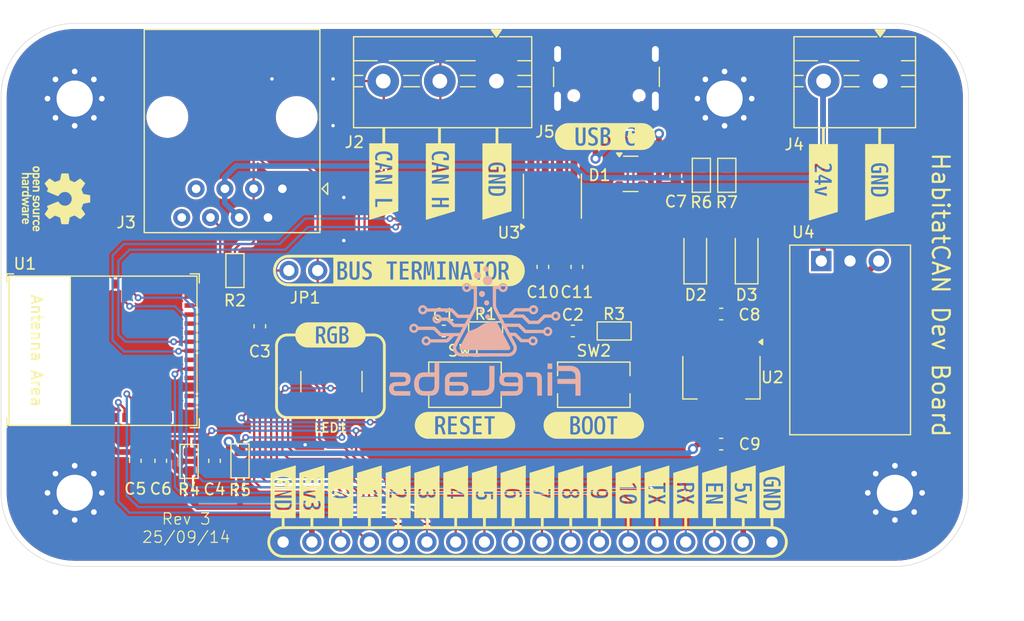
<source format=kicad_pcb>
(kicad_pcb (version 20241229) (generator "pcbnew") (generator_version "9.0")
  (title_block (title "HabitatCAN Dev Board") (date "2025-09-14") (rev "3") (company "FireLabs") (comment 1 "Adaléa Reed"))
  (layers (0 "F.Cu" signal) (2 "B.Cu" signal) (13 "F.Paste" user) (15 "B.Paste" user) (5 "F.SilkS" user "F.Silkscreen") (7 "B.SilkS" user "B.Silkscreen") (1 "F.Mask" user) (3 "B.Mask" user) (25 "Edge.Cuts" user))
  (net 0 "")
  (net 1 "Net-(C1-Pad2)")
  (net 2 "GND")
  (net 3 "Net-(C2-Pad2)")
  (net 4 "EN")
  (net 5 "+3V3")
  (net 6 "+5V")
  (net 7 "+24V")
  (net 8 "Net-(D3-A)")
  (net 9 "/ESP32/USB_D+")
  (net 10 "/ESP32/USB_D-")
  (net 11 "GPIO6")
  (net 12 "GPIO1")
  (net 13 "GPIO4")
  (net 14 "GPIO3")
  (net 15 "S_TX")
  (net 16 "GPIO9")
  (net 17 "GPIO8")
  (net 18 "GPIO5")
  (net 19 "GPIO2")
  (net 20 "GPIO10")
  (net 21 "S_RX")
  (net 22 "GPIO7")
  (net 23 "GPIO0")
  (net 24 "CAN_L")
  (net 25 "CAN_H")
  (net 29 "Net-(J5-CC1)")
  (net 30 "Net-(J5-CC2)")
  (net 32 "Net-(JP1-B)")
  (net 49 "/TJA1051/S")
  (net 50 "/USB C Connector/USB_PWR")
  (footprint "Connector_PinHeader_2.54mm:PinHeader_1x18_P2.54mm_Vertical" (layer "F.Cu") (at 116.56 126.345 90)
    (property "Reference" "J1" (hide yes))
    (property "Value" "GPIO Connection")
  )
  (footprint "PCM_Resistor_SMD_AKL:R_0603_1608Metric" (layer "F.Cu") (at 112.302944 102.345 90)
    (property "Reference" "R2")
    (property "Value" "60 (1%)" (hide yes))
  )
  (footprint "MountingHole:MountingHole_3.2mm_M3_Pad_Via" (layer "F.Cu") (at 98.145 121.997944)
    (property "Reference" "H2" (hide yes))
    (property "Value" "MountingHole_Pad" (hide yes))
  )
  (footprint "Diode_SMD:D_SOD-123" (layer "F.Cu") (at 157.5 101.162146 90)
    (property "Reference" "D3")
    (property "Value" "1N5819HW-7-F")
  )
  (footprint "TerminalBlock:TerminalBlock_MaiXu_MX126-5.0-03P_1x03_P5.00mm" (layer "F.Cu") (at 135.4 85.6 180)
    (property "Reference" "J2")
    (property "Value" "CAN Data")
  )
  (footprint "LED_SMD:LED_WS2812B_PLCC4_5.0x5.0mm_P3.2mm" (layer "F.Cu") (at 120.8275 112.16625)
    (property "Reference" "LED1" (hide yes))
    (property "Value" "WS2812B")
  )
  (footprint "kibuzzard-68C5C8ED" (layer "F.Cu") (at 152.12 121.9 -90)
    (property "Reference" "kibuzzard-68C5C8ED" (hide yes))
    (property "Value" "G***" (hide yes))
  )
  (footprint "kibuzzard-68C5C81E" (layer "F.Cu") (at 124.18 121.9 -90)
    (property "Reference" "kibuzzard-68C5C81E" (hide yes))
    (property "Value" "G***" (hide yes))
  )
  (footprint "kibuzzard-68C5BDE3" (layer "F.Cu") (at 116.56 121.9 -90)
    (property "Reference" "kibuzzard-68C5BDE3" (hide yes))
    (property "Value" "G***" (hide yes))
  )
  (footprint "Capacitor_SMD:C_0603_1608Metric" (layer "F.Cu") (at 103.5 119.165 -90)
    (property "Reference" "C5")
    (property "Value" "10uF / 25v (20%)")
  )
  (footprint "kibuzzard-68C35A34" (layer "F.Cu") (at 120.7375 108.03875)
    (property "Reference" "kibuzzard-68C35A34" (hide yes))
    (property "Value" "G***" (hide yes))
  )
  (footprint "Capacitor_SMD:C_0603_1608Metric" (layer "F.Cu") (at 155.248219 106.19)
    (property "Reference" "C8")
    (property "Value" "10uF / 25v (20%)")
  )
  (footprint "kibuzzard-68C5C8C1" (layer "F.Cu") (at 144.5 121.9 -90)
    (property "Reference" "kibuzzard-68C5C8C1" (hide yes))
    (property "Value" "G***" (hide yes))
  )
  (footprint "kibuzzard-68C5C8CC" (layer "F.Cu") (at 147.04 121.9 -90)
    (property "Reference" "kibuzzard-68C5C8CC" (hide yes))
    (property "Value" "G***" (hide yes))
  )
  (footprint "Diode_SMD:D_SOD-123" (layer "F.Cu") (at 152.961228 101.162146 90)
    (property "Reference" "D2")
    (property "Value" "1N5819HW-7-F")
  )
  (footprint "kibuzzard-68C5C7EB" (layer "F.Cu") (at 121.64 121.9 -90)
    (property "Reference" "kibuzzard-68C5C7EB" (hide yes))
    (property "Value" "G***" (hide yes))
  )
  (footprint "PCM_Resistor_SMD_AKL:R_0603_1608Metric" (layer "F.Cu") (at 108.25 119.215 90)
    (property "Reference" "R4")
    (property "Value" "10k (1%)" (hide yes))
  )
  (footprint "MountingHole:MountingHole_3.2mm_M3_Pad_Via" (layer "F.Cu") (at 98.145 87.147944)
    (property "Reference" "H1" (hide yes))
    (property "Value" "MountingHole_Pad" (hide yes))
  )
  (footprint "kibuzzard-68C5C857" (layer "F.Cu") (at 131.8 121.9 -90)
    (property "Reference" "kibuzzard-68C5C857" (hide yes))
    (property "Value" "G***" (hide yes))
  )
  (footprint "kibuzzard-68C366CA" (layer "F.Cu") (at 132.6225 116.0275)
    (property "Reference" "kibuzzard-68C366CA" (hide yes))
    (property "Value" "G***" (hide yes))
  )
  (footprint "Converter_DCDC:Converter_DCDC_Murata_OKI-78SR_Horizontal" (layer "F.Cu") (at 164.092247 101.5)
    (property "Reference" "U4")
    (property "Value" "OKI-78SR")
  )
  (footprint "PCM_Resistor_SMD_AKL:R_0603_1608Metric" (layer "F.Cu") (at 145.7975 107.69)
    (property "Reference" "R3")
    (property "Value" "100" (hide yes))
  )
  (footprint "MountingHole:MountingHole_3.2mm_M3_Pad_Via" (layer "F.Cu") (at 155.55 87.147056)
    (property "Reference" "H4" (hide yes))
    (property "Value" "MountingHole_Pad" (hide yes))
  )
  (footprint "Capacitor_SMD:C_0603_1608Metric" (layer "F.Cu") (at 110.5 119.165 90)
    (property "Reference" "C4")
    (property "Value" "1uF / 16v (10%)")
  )
  (footprint "kibuzzard-68C5BCFF" (layer "F.Cu") (at 145 90.5)
    (property "Reference" "kibuzzard-68C5BCFF" (hide yes))
    (property "Value" "G***" (hide yes))
  )
  (footprint "TerminalBlock:TerminalBlock_MaiXu_MX126-5.0-02P_1x02_P5.00mm" (layer "F.Cu") (at 169.3 85.6 180)
    (property "Reference" "J4")
    (property "Value" "24v Bus Power")
  )
  (footprint "kibuzzard-68C5C8AB" (layer "F.Cu") (at 141.96 121.9 -90)
    (property "Reference" "kibuzzard-68C5C8AB" (hide yes))
    (property "Value" "G***" (hide yes))
  )
  (footprint "kibuzzard-68C35C66" (layer "F.Cu") (at 130.447944 94.485 -90)
    (property "Reference" "kibuzzard-68C35C66" (hide yes))
    (property "Value" "G***" (hide yes))
  )
  (footprint "Connector_PinHeader_2.54mm:PinHeader_1x02_P2.54mm_Vertical" (layer "F.Cu") (at 119.610444 102.345 -90)
    (property "Reference" "JP1")
    (property "Value" "CAN Terminator")
  )
  (footprint "kibuzzard-68C5C8FB" (layer "F.Cu") (at 154.66 121.9 -90)
    (property "Reference" "kibuzzard-68C5C8FB" (hide yes))
    (property "Value" "G***" (hide yes))
  )
  (footprint "kibuzzard-68C5C916" (layer "F.Cu") (at 159.74 121.9 -90)
    (property "Reference" "kibuzzard-68C5C916" (hide yes))
    (property "Value" "G***" (hide yes))
  )
  (footprint "kibuzzard-68C35D6E" (layer "F.Cu") (at 164.2775 94.5475 -90)
    (property "Reference" "kibuzzard-68C35D6E" (hide yes))
    (property "Value" "G***" (hide yes))
  )
  (footprint "kibuzzard-68C366C1" (layer "F.Cu") (at 144 116.0275)
    (property "Reference" "kibuzzard-68C366C1" (hide yes))
    (property "Value" "G***" (hide yes))
  )
  (footprint "kibuzzard-68C5C84A" (layer "F.Cu") (at 129.26 121.9 -90)
    (property "Reference" "kibuzzard-68C5C84A" (hide yes))
    (property "Value" "G***" (hide yes))
  )
  (footprint "PCM_Resistor_SMD_AKL:R_0603_1608Metric" (layer "F.Cu") (at 112.75 119.175 90)
    (property "Reference" "R5")
    (property "Value" "10k (1%)" (hide yes))
  )
  (footprint "kibuzzard-68C5C89F" (layer "F.Cu") (at 139.42 121.9 -90)
    (property "Reference" "kibuzzard-68C5C89F" (hide yes))
    (property "Value" "G***" (hide yes))
  )
  (footprint "Package_TO_SOT_SMD:SOT-223-3_TabPin2" (layer "F.Cu") (at 155.273219 111.79 -90)
    (property "Reference" "U2")
    (property "Value" "AMS1117-3.3")
  )
  (footprint "kibuzzard-68C5C90A" (layer "F.Cu") (at 157.2 121.9 -90)
    (property "Reference" "kibuzzard-68C5C90A" (hide yes))
    (property "Value" "G***" (hide yes))
  )
  (footprint "PCM_Resistor_SMD_AKL:R_0603_1608Metric" (layer "F.Cu") (at 155.75 93.925 90)
    (property "Reference" "R7")
    (property "Value" "5.11k" (hide yes))
  )
  (footprint "Package_TO_SOT_SMD:SOT-143" (layer "F.Cu") (at 147.249987 93.8)
    (property "Reference" "D1")
    (property "Value" "SP0503BAHT")
  )
  (footprint "Capacitor_SMD:C_0603_1608Metric" (layer "F.Cu") (at 151.249987 93.975 90)
    (property "Reference" "C7")
    (property "Value" "10uF / 25v (20%)")
  )
  (footprint "kibuzzard-68C5C8DC" (layer "F.Cu") (at 149.58 121.9 -90)
    (property "Reference" "kibuzzard-68C5C8DC" (hide yes))
    (property "Value" "G***" (hide yes))
  )
  (footprint "kibuzzard-68C36393" (layer "F.Cu") (at 129.447944 102.345)
    (property "Reference" "kibuzzard-68C36393" (hide yes))
    (property "Value" "G***" (hide yes))
  )
  (footprint "kibuzzard-68C5C7D3" (layer "F.Cu") (at 119.1 121.9 -90)
    (property "Reference" "kibuzzard-68C5C7D3" (hide yes))
    (property "Value" "G***" (hide yes))
  )
  (footprint "Button_Switch_SMD:SW_Tactile_SPST_NO_Straight_CK_PTS636Sx25SMTRLFS" (layer "F.Cu") (at 132.6225 112.44)
    (property "Reference" "SW1")
    (property "Value" "Reset")
  )
  (footprint "kibuzzard-68C5C878" (layer "F.Cu") (at 134.34 121.9 -90)
    (property "Reference" "kibuzzard-68C5C878" (hide yes))
    (property "Value" "G***" (hide yes))
  )
  (footprint "Capacitor_SMD:C_0603_1608Metric" (layer "F.Cu") (at 114.5 107.275 -90)
    (property "Reference" "C3")
    (property "Value" "10uF / 25v (20%)")
  )
  (footprint "Connector_USB:USB_C_Receptacle_GCT_USB4105-xx-A_16P_TopMnt_Horizontal" (layer "F.Cu") (at 145.11822 84.278102 180)
    (property "Reference" "J5")
    (property "Value" "USB_C_Receptacle_USB2.0")
  )
  (footprint "Capacitor_SMD:C_0603_1608Metric" (layer "F.Cu") (at 142.1475 107.69)
    (property "Reference" "C2")
    (property "Value" "0.1uF / 50v (10%) (NC)")
  )
  (footprint "PCM_Resistor_SMD_AKL:R_0603_1608Metric" (layer "F.Cu") (at 153.5 93.925 90)
    (property "Reference" "R6")
    (property "Value" "5.11k" (hide yes))
  )
  (footprint "Capacitor_SMD:C_0603_1608Metric" (layer "F.Cu") (at 130.745 107.69)
    (property "Reference" "C1")
    (property "Value" "0.1uF / 50v (10%) (NC)")
  )
  (footprint "MountingHole:MountingHole_3.2mm_M3_Pad_Via" (layer "F.Cu") (at 170.599758 121.997944)
    (property "Reference" "H3" (hide yes))
    (property "Value" "MountingHole_Pad" (hide yes))
  )
  (footprint "Capacitor_SMD:C_0603_1608Metric" (layer "F.Cu") (at 105.75 119.165 -90)
    (property "Reference" "C6")
    (property "Value" "0.1uF / 50v (10%)")
  )
  (footprint "kibuzzard-68C5C890" (layer "F.Cu") (at 136.88 121.9 -90)
    (property "Reference" "kibuzzard-68C5C890" (hide yes))
    (property "Value" "G***" (hide yes))
  )
  (footprint "Symbol:OSHW-Logo_5.7x6mm_SilkScreen" (layer "F.Cu") (at 96.5 96 -90)
    (property "Reference" "REF**" (hide yes))
    (property "Value" "OSHW-Logo_5.7x6mm_SilkScreen" (hide yes))
  )
  (footprint "PCM_Resistor_SMD_AKL:R_0603_1608Metric" (layer "F.Cu") (at 134.445 107.69)
    (property "Reference" "R1")
    (property "Value" "100" (hide yes))
  )
  (footprint "kibuzzard-68C35D54" (layer "F.Cu") (at 135.447944 94.485 -90)
    (property "Reference" "kibuzzard-68C35D54" (hide yes))
    (property "Value" "G***" (hide yes))
  )
  (footprint "kibuzzard-68C35D4D" (layer "F.Cu") (at 125.447944 94.485 -90)
    (property "Reference" "kibuzzard-68C35D4D" (hide yes))
    (property "Value" "G***" (hide yes))
  )
  (footprint "Capacitor_SMD:C_0603_1608Metric" (layer "F.Cu") (at 142.5 102.025 90)
    (property "Reference" "C11")
    (property "Value" "10uF / 25v (20%)")
  )
  (footprint "Capacitor_SMD:C_0603_1608Metric" (layer "F.Cu") (at 139.5 102.025 90)
    (property "Reference" "C10")
    (property "Value" "1uF / 16v (10%)")
  )
  (footprint "kibuzzard-68C5C82A" (layer "F.Cu") (at 126.72 121.9 -90)
    (property "Reference" "kibuzzard-68C5C82A" (hide yes))
    (property "Value" "G***" (hide yes))
  )
  (footprint "Connector_RJ:RJ45_Amphenol_54602-x08_Horizontal" (layer "F.Cu") (at 116.492944 95.118412 180)
    (property "Reference" "J3")
    (property "Value" "CAN Data (HabitatCAN Interface)")
  )
  (footprint "Button_Switch_SMD:SW_Tactile_SPST_NO_Straight_CK_PTS636Sx25SMTRLFS" (layer "F.Cu") (at 144 112.44)
    (property "Reference" "SW2")
    (property "Value" "Boot")
  )
  (footprint "kibuzzard-68C35D54" (layer "F.Cu") (at 169.25 94.5475 -90)
    (property "Reference" "kibuzzard-68C35D54" (hide yes))
    (property "Value" "G***" (hide yes))
  )
  (footprint "PCM_Espressif:ESP32-C3-MINI-1" (layer "F.Cu") (at 100.65 109.44 90)
    (property "Reference" "U1")
    (property "Value" "ESP32-C3-MINI-1")
  )
  (footprint "Package_SO:SOIC-8_3.9x4.9mm_P1.27mm" (layer "F.Cu") (at 140.345 95.775 90)
    (property "Reference" "U3")
    (property "Value" "TJA1051T")
  )
  (footprint "Capacitor_SMD:C_0603_1608Metric" (layer "F.Cu") (at 155.248219 117.69)
    (property "Reference" "C9")
    (property "Value" "10uF / 25v (20%)")
  )
  (footprint "LOGO" (layer "B.Cu") (at 134.379171 107.69 180)
    (property "Reference" "G***" (hide yes))
    (property "Value" "LOGO" (hide yes))
  )
  (gr_line (start 117.065444 101.075) (end 120.993058 101.075) (stroke (width 0.25)) (layer "F.SilkS"))
  (gr_arc (start 117.065444 103.615) (mid 115.7954 102.345) (end 117.065444 101.075) (stroke (width 0.25)) (layer "F.SilkS"))
  (gr_arc (start 124.5475 108.03875) (mid 125.221037 108.317728) (end 125.5 108.99125) (stroke (width 0.25)) (layer "F.SilkS"))
  (gr_arc (start 125.5 114.38875) (mid 125.221002 115.062237) (end 124.5475 115.34125) (stroke (width 0.25)) (layer "F.SilkS"))
  (gr_line (start 116.559959 125.075) (end 159.74 125.075) (stroke (width 0.25)) (layer "F.SilkS"))
  (gr_line (start 129.301096 125.045) (end 129.301096 123.835) (stroke (width 0.25)) (layer "F.SilkS"))
  (gr_line (start 131.8 125.045) (end 131.8 123.835) (stroke (width 0.25)) (layer "F.SilkS"))
  (gr_line (start 123.850514 108.03875) (end 124.5475 108.03875) (stroke (width 0.25)) (layer "F.SilkS"))
  (gr_line (start 159.74 125.075) (end 159.74 123.835) (stroke (width 0.25)) (layer "F.SilkS"))
  (gr_line (start 121.64 125.015) (end 121.64 123.805) (stroke (width 0.25)) (layer "F.SilkS"))
  (gr_line (start 136.88 125.045) (end 136.88 123.835) (stroke (width 0.25)) (layer "F.SilkS"))
  (gr_arc (start 116.56 127.615) (mid 115.29 126.345) (end 116.56 125.075) (stroke (width 0.25)) (layer "F.SilkS"))
  (gr_line (start 141.96 125.045) (end 141.96 123.835) (stroke (width 0.25)) (layer "F.SilkS"))
  (gr_line (start 116.56 125.015) (end 116.56 123.805) (stroke (width 0.25)) (layer "F.SilkS"))
  (gr_line (start 154.66 125.045) (end 154.66 123.835) (stroke (width 0.25)) (layer "F.SilkS"))
  (gr_line (start 164.2775 91.305657) (end 164.2775 89.794343) (stroke (width 0.25)) (layer "F.SilkS"))
  (gr_line (start 116.56 127.615) (end 159.740041 127.615) (stroke (width 0.25)) (layer "F.SilkS"))
  (gr_line (start 125.5 108.99125) (end 125.5 114.38875) (stroke (width 0.25)) (layer "F.SilkS"))
  (gr_line (start 120.993058 103.615) (end 117.065444 103.615) (stroke (width 0.25)) (layer "F.SilkS"))
  (gr_line (start 152.12 125.045) (end 152.12 123.835) (stroke (width 0.25)) (layer "F.SilkS"))
  (gr_line (start 119.1 125.015) (end 119.1 123.805) (stroke (width 0.25)) (layer "F.SilkS"))
  (gr_line (start 144.5 125.045) (end 144.5 123.835) (stroke (width 0.25)) (layer "F.SilkS"))
  (gr_line (start 157.2 125.075) (end 157.2 123.835) (stroke (width 0.25)) (layer "F.SilkS"))
  (gr_line (start 116.9275 108.03875) (end 117.624486 108.03875) (stroke (width 0.25)) (layer "F.SilkS"))
  (gr_line (start 125.45 91.25) (end 125.45 89.8) (stroke (width 0.25)) (layer "F.SilkS"))
  (gr_line (start 135.447944 91.305657) (end 135.447944 89.794343) (stroke (width 0.25)) (layer "F.SilkS"))
  (gr_line (start 124.18 125.015) (end 124.18 123.805) (stroke (width 0.25)) (layer "F.SilkS"))
  (gr_line (start 139.45 125.045) (end 139.45 123.835) (stroke (width 0.25)) (layer "F.SilkS"))
  (gr_arc (start 116.9275 115.34125) (mid 116.253963 115.062272) (end 115.975 114.38875) (stroke (width 0.25)) (layer "F.SilkS"))
  (gr_line (start 149.58 125.045) (end 149.58 123.835) (stroke (width 0.25)) (layer "F.SilkS"))
  (gr_arc (start 159.74 125.075) (mid 161.01 126.345) (end 159.74 127.615) (stroke (width 0.25)) (layer "F.SilkS"))
  (gr_line (start 134.34 125.045) (end 134.34 123.835) (stroke (width 0.25)) (layer "F.SilkS"))
  (gr_line (start 169.25 91.598559) (end 169.25 89.801441) (stroke (width 0.25)) (layer "F.SilkS"))
  (gr_line (start 130.367944 91.305657) (end 130.367944 89.794343) (stroke (width 0.25)) (layer "F.SilkS"))
  (gr_arc (start 115.975 108.99125) (mid 116.253998 108.317763) (end 116.9275 108.03875) (stroke (width 0.25)) (layer "F.SilkS"))
  (gr_line (start 126.72 125.015) (end 126.72 123.805) (stroke (width 0.25)) (layer "F.SilkS"))
  (gr_line (start 116.9275 115.34125) (end 124.5475 115.34125) (stroke (width 0.25)) (layer "F.SilkS"))
  (gr_line (start 115.975 108.99125) (end 115.975 114.38875) (stroke (width 0.25)) (layer "F.SilkS"))
  (gr_line (start 147.04 125.045) (end 147.04 123.835) (stroke (width 0.25)) (layer "F.SilkS"))
  (gr_arc (start 177.099758 121.997944) (mid 175.195951 126.594135) (end 170.599758 128.497944) (stroke (width 0.05)) (layer "Edge.Cuts"))
  (gr_line (start 91.645 86.997944) (end 91.645 121.997944) (stroke (width 0.05)) (layer "Edge.Cuts"))
  (gr_line (start 177.099758 86.997944) (end 177.099758 121.997944) (stroke (width 0.05)) (layer "Edge.Cuts"))
  (gr_arc (start 170.599758 80.497944) (mid 175.195937 82.401753) (end 177.099758 86.997944) (stroke (width 0.05)) (layer "Edge.Cuts"))
  (gr_line (start 170.599758 128.497944) (end 98.145 128.497944) (stroke (width 0.05)) (layer "Edge.Cuts"))
  (gr_line (start 98.145 80.49794) (end 170.599758 80.497944) (stroke (width 0.05)) (layer "Edge.Cuts"))
  (gr_arc (start 91.645 86.997944) (mid 93.548805 82.401747) (end 98.145 80.497944) (stroke (width 0.05)) (layer "Edge.Cuts"))
  (gr_arc (start 98.145 128.497944) (mid 93.54879 126.594141) (end 91.645 121.997944) (stroke (width 0.05)) (layer "Edge.Cuts"))
  (gr_text "Rev 3\n25/09/14" (at 108 126.5 0) (layer "F.SilkS") (effects (font (size 1 1) (thickness 0.1)) (justify bottom)))
  (gr_text "HabitatCAN Dev Board" (at 173.75 104.5 270) (layer "F.SilkS") (effects (font (size 1.5 1.5) (thickness 0.2)) (justify bottom)))
  (segment (start 133.619996 111.37) (end 134.69 112.439999) (width 0.2) (layer "F.Cu") (net 1))
  (segment (start 133.62 107.69) (end 131.52 107.69) (width 0.2) (layer "F.Cu") (net 1))
  (segment (start 133.619996 111.37) (end 133.62 107.69) (width 0.2) (layer "F.Cu") (net 1))
  (segment (start 134.69 112.439999) (end 136.4975 112.44) (width 0.2) (layer "F.Cu") (net 1))
  (via (at 121.92 95.885) (size 0.6) (drill 0.3) (layers "F.Cu" "B.Cu") (net 2))
  (via (at 121.92 99.695) (size 0.6) (drill 0.3) (layers "F.Cu" "B.Cu") (net 2))
  (via (at 120.9675 89.535) (size 0.6) (drill 0.3) (layers "F.Cu" "B.Cu") (net 2))
  (via (at 115.57 85.4075) (size 0.6) (drill 0.3) (layers "F.Cu" "B.Cu") (net 2))
  (via (at 118.5 117.75) (size 0.6) (drill 0.3) (layers "F.Cu" "B.Cu") (net 2))
  (via (at 120.9675 85.4075) (size 0.6) (drill 0.3) (layers "F.Cu" "B.Cu") (net 2))
  (segment (start 144.972499 111.222499) (end 146.190004 112.439989) (width 0.2) (layer "F.Cu") (net 3))
  (segment (start 146.190004 112.439989) (end 147.875 112.44) (width 0.2) (layer "F.Cu") (net 3))
  (segment (start 144.9725 107.69) (end 142.9225 107.69) (width 0.2) (layer "F.Cu") (net 3))
  (segment (start 144.972499 111.222499) (end 144.9725 107.69) (width 0.2) (layer "F.Cu") (net 3))
  (segment (start 153.570007 121.74998) (end 154.659999 122.84) (width 0.2) (layer "F.Cu") (net 4))
  (segment (start 130.749988 106.749995) (end 130.750023 115.750008) (width 0.2) (layer "F.Cu") (net 4))
  (segment (start 123 116.5) (end 123 118.249998) (width 0.2) (layer "F.Cu") (net 4))
  (segment (start 126.14998 121.74998) (end 153.570007 121.74998) (width 0.2) (layer "F.Cu") (net 4))
  (segment (start 108.25 117) (end 109.749998 116.999999) (width 0.2) (layer "F.Cu") (net 4))
  (segment (start 108.25 117) (end 105.250009 116.999977) (width 0.2) (layer "F.Cu") (net 4))
  (segment (start 129.999989 116.499977) (end 130.750023 115.750008) (width 0.2) (layer "F.Cu") (net 4))
  (segment (start 110.25 116.5) (end 109.749998 116.999999) (width 0.2) (layer "F.Cu") (net 4))
  (segment (start 125.65 120.899998) (end 125.65 121.25) (width 0.2) (layer "F.Cu") (net 4))
  (segment (start 108.25 118.39) (end 108.25 117) (width 0.2) (layer "F.Cu") (net 4))
  (segment (start 135.269981 107.020008) (end 135.27 107.69) (width 0.2) (layer "F.Cu") (net 4))
  (segment (start 123 118.249998) (end 125.65 120.899998) (width 0.2) (layer "F.Cu") (net 4))
  (segment (start 104.949977 116.700008) (end 104.95 115.34) (width 0.2) (layer "F.Cu") (net 4))
  (segment (start 134.499994 106.250008) (end 135.269981 107.020008) (width 0.2) (layer "F.Cu") (net 4))
  (segment (start 108.25 118.39) (end 110.5 118.39) (width 0.2) (layer "F.Cu") (net 4))
  (segment (start 154.659999 122.84) (end 154.66 126.345) (width 0.2) (layer "F.Cu") (net 4))
  (segment (start 131.249984 106.249962) (end 130.749988 106.749995) (width 0.2) (layer "F.Cu") (net 4))
  (segment (start 129.999989 116.499977) (end 123 116.5) (width 0.2) (layer "F.Cu") (net 4))
  (segment (start 105.250009 116.999977) (end 104.949977 116.700008) (width 0.2) (layer "F.Cu") (net 4))
  (segment (start 134.499994 106.250008) (end 131.249984 106.249962) (width 0.2) (layer "F.Cu") (net 4))
  (segment (start 125.65 121.25) (end 126.14998 121.74998) (width 0.2) (layer "F.Cu") (net 4))
  (via (at 123 116.5) (size 0.6) (drill 0.3) (layers "F.Cu" "B.Cu") (net 4))
  (via (at 110.25 116.5) (size 0.6) (drill 0.3) (layers "F.Cu" "B.Cu") (net 4))
  (segment (start 110.25 116.5) (end 123 116.5) (width 0.2) (layer "B.Cu") (net 4))
  (segment (start 154.473219 117.69) (end 154.473219 115.74) (width 0.5) (layer "F.Cu") (net 5))
  (segment (start 100.950013 117.449993) (end 101.890002 118.389994) (width 0.5) (layer "F.Cu") (net 5))
  (segment (start 100.950013 117.449993) (end 100.95 115.34) (width 0.5) (layer "F.Cu") (net 5))
  (segment (start 108.249978 122.500007) (end 108.25 120.04) (width 0.5) (layer "F.Cu") (net 5))
  (segment (start 112.75 123.25) (end 109.000009 123.249976) (width 0.5) (layer "F.Cu") (net 5))
  (segment (start 103.5 118.39) (end 105.43 118.39) (width 0.5) (layer "F.Cu") (net 5))
  (segment (start 155.273219 114.94) (end 155.273219 108.64) (width 0.5) (layer "F.Cu") (net 5))
  (segment (start 107.289992 120.040019) (end 107.000029 119.749987) (width 0.5) (layer "F.Cu") (net 5))
  (segment (start 106.390003 118.38999) (end 105.43 118.39) (width 0.5) (layer "F.Cu") (net 5))
  (segment (start 153.180721 117.690003) (end 152.760719 118.11) (width 0.5) (layer "F.Cu") (net 5))
  (segment (start 111.759979 119.010008) (end 111.76 117.475) (width 0.5) (layer "F.Cu") (net 5))
  (segment (start 118.499998 123.25) (end 112.75 123.25) (width 0.5) (layer "F.Cu") (net 5))
  (segment (start 112.75 120) (end 111.759979 119.010008) (width 0.5) (layer "F.Cu") (net 5))
  (segment (start 103.5 118.39) (end 101.890002 118.389994) (width 0.5) (layer "F.Cu") (net 5))
  (segment (start 154.473214 117.689996) (end 153.180721 117.690003) (width 0.5) (layer "F.Cu") (net 5))
  (segment (start 119.099999 123.85) (end 119.1 126.345) (width 0.5) (layer "F.Cu") (net 5))
  (segment (start 154.473219 115.74) (end 155.273219 114.94) (width 0.5) (layer "F.Cu") (net 5))
  (segment (start 118.499998 123.25) (end 119.099999 123.85) (width 0.5) (layer "F.Cu") (net 5))
  (segment (start 109.000009 123.249976) (end 108.249978 122.500007) (width 0.5) (layer "F.Cu") (net 5))
  (segment (start 107.289992 120.040019) (end 108.25 120.04) (width 0.5) (layer "F.Cu") (net 5))
  (segment (start 107.000016 118.999992) (end 106.390003 118.38999) (width 0.5) (layer "F.Cu") (net 5))
  (segment (start 107.000029 119.749987) (end 107.000016 118.999992) (width 0.5) (layer "F.Cu") (net 5))
  (segment (start 112.75 120) (end 112.75 123.25) (width 0.5) (layer "F.Cu") (net 5))
  (via (at 111.76 117.475) (size 0.9) (drill 0.5) (layers "F.Cu" "B.Cu") (net 5))
  (via (at 152.760719 118.11) (size 0.9) (drill 0.5) (layers "F.Cu" "B.Cu") (net 5))
  (segment (start 152.760719 118.11) (end 152.369719 118.501005) (width 0.5) (layer "B.Cu") (net 5))
  (segment (start 112.786 118.500999) (end 152.369719 118.501005) (width 0.5) (layer "B.Cu") (net 5))
  (segment (start 111.76 117.475) (end 112.786 118.500999) (width 0.5) (layer "B.Cu") (net 5))
  (segment (start 118.25 106) (end 123.499999 106) (width 0.5) (layer "F.Cu") (net 6))
  (segment (start 118.377498 106.1275) (end 118.377499 110.435374) (width 0.5) (layer "F.Cu") (net 6))
  (segment (start 152.000005 102.799987) (end 152.006073 102.806073) (width 0.5) (layer "F.Cu") (net 6))
  (segment (start 123.499999 106) (end 124.500003 105.000001) (width 0.5) (layer "F.Cu") (net 6))
  (segment (start 152.006073 102.806073) (end 152.012146 102.812146) (width 0.5) (layer "F.Cu") (net 6))
  (segment (start 153.033208 106.189973) (end 152.973219 106.25) (width 0.5) (layer "F.Cu") (net 6))
  (segment (start 159.499986 103.250006) (end 159.062151 102.812133) (width 0.5) (layer "F.Cu") (net 6))
  (segment (start 157.5 102.812146) (end 159.062151 102.812133) (width 0.5) (layer "F.Cu") (net 6))
  (segment (start 152.012146 102.812146) (end 152.957689 102.82769) (width 0.5) (layer "F.Cu") (net 6))
  (segment (start 159.499977 116.24999) (end 159.499986 103.250006) (width 0.5) (layer "F.Cu") (net 6))
  (segment (start 152.97323 104.299992) (end 152.973224 105.599997) (width 0.5) (layer "F.Cu") (net 6))
  (segment (start 116.250007 106.50002) (end 116.749985 105.999964) (width 0.5) (layer "F.Cu") (net 6))
  (segment (start 157.200001 118.55) (end 157.2 126.345) (width 0.5) (layer "F.Cu") (net 6))
  (segment (start 152.97323 104.299992) (end 152.957689 102.82769) (width 0.5) (layer "F.Cu") (net 6))
  (segment (start 118.25 106) (end 118.377498 106.1275) (width 0.5) (layer "F.Cu") (net 6))
  (segment (start 152.973219 106.25) (end 152.973219 108.64) (width 0.5) (layer "F.Cu") (net 6))
  (segment (start 152.973224 105.599997) (end 152.973219 106.25) (width 0.5) (layer "F.Cu") (net 6))
  (segment (start 157.200001 118.55) (end 159.499977 116.24999) (width 0.5) (layer "F.Cu") (net 6))
  (segment (start 124.500002 103.25) (end 124.950001 102.800001) (width 0.5) (layer "F.Cu") (net 6))
  (segment (start 141 98.27) (end 141 102.75) (width 0.5) (layer "F.Cu") (net 6))
  (segment (start 124.500003 105.000001) (end 124.500002 103.25) (width 0.5) (layer "F.Cu") (net 6))
  (segment (start 142.500013 102.799987) (end 152.000005 102.799987) (width 0.5) (layer "F.Cu") (net 6))
  (segment (start 153.033208 106.189973) (end 154.473219 106.19) (width 0.5) (layer "F.Cu") (net 6))
  (segment (start 152.012146 102.812146) (end 157.5 102.812146) (width 0.5) (layer "F.Cu") (net 6))
  (segment (start 142.5 102.8) (end 139.5 102.8) (width 0.5) (layer "F.Cu") (net 6))
  (segment (start 124.950001 102.800001) (end 141.25 102.8) (width 0.5) (layer "F.Cu") (net 6))
  (segment (start 116.250007 106.50002) (end 114.5 106.5) (width 0.5) (layer "F.Cu") (net 6))
  (segment (start 118.25 106) (end 116.749985 105.999964) (width 0.5) (layer "F.Cu") (net 6))
  (segment (start 164.092247 101.5) (end 164.25 101.342247) (width 0.5) (layer "F.Cu") (net 7))
  (segment (start 164.25 101.342247) (end 164.25 85.595) (width 0.5) (layer "F.Cu") (net 7))
  (segment (start 163.05 94.15) (end 164.25 92.95) (width 0.5) (layer "B.Cu") (net 7))
  (segment (start 143.25 94.15) (end 163.05 94.15) (width 0.5) (layer "B.Cu") (net 7))
  (segment (start 111.4 94.1) (end 112.4 93.1) (width 0.5) (layer "B.Cu") (net 7))
  (segment (start 111.4 95.131356) (end 111.412944 95.118412) (width 0.5) (layer "B.Cu") (net 7))
  (segment (start 111.4 96.375468) (end 111.4 95.131356) (width 0.5) (layer "B.Cu") (net 7))
  (segment (start 112.4 93.1) (end 142.2 93.1) (width 0.5) (layer "B.Cu") (net 7))
  (segment (start 112.682944 97.658412) (end 111.4 96.375468) (width 0.5) (layer "B.Cu") (net 7))
  (segment (start 111.412944 95.118412) (end 111.4 95.105468) (width 0.5) (layer "B.Cu") (net 7))
  (segment (start 164.25 92.95) (end 164.25 85.595) (width 0.5) (layer "B.Cu") (net 7))
  (segment (start 111.4 95.105468) (end 111.4 94.1) (width 0.5) (layer "B.Cu") (net 7))
  (segment (start 142.2 93.1) (end 143.25 94.15) (width 0.5) (layer "B.Cu") (net 7))
  (segment (start 161.249998 102.500001) (end 161.25001 100.749996) (width 0.5) (layer "F.Cu") (net 8))
  (segment (start 167.172252 103.500013) (end 162.25 103.499999) (width 0.5) (layer "F.Cu") (net 8))
  (segment (start 160.012139 99.512162) (end 161.25001 100.749996) (width 0.5) (layer "F.Cu") (net 8))
  (segment (start 162.25 103.499999) (end 161.249998 102.500001) (width 0.5) (layer "F.Cu") (net 8))
  (segment (start 167.172252 103.500013) (end 169.172247 101.5) (width 0.5) (layer "F.Cu") (net 8))
  (segment (start 160.012139 99.512162) (end 157.5 99.512146) (width 0.5) (layer "F.Cu") (net 8))
  (segment (start 124.249998 95.499996) (end 123.25 96.499999) (width 0.2) (layer "F.Cu") (net 9))
  (segment (start 107.650198 101.499991) (end 108.586904 101.499991) (width 0.2) (layer "F.Cu") (net 9))
  (segment (start 123.249963 104.249983) (end 122.74999 104.749978) (width 0.2) (layer "F.Cu") (net 9))
  (segment (start 146.999987 94.75) (end 146.249987 94.75) (width 0.2) (layer "F.Cu") (net 9))
  (segment (start 145.000005 89) (end 145.368224 89) (width 0.2) (layer "F.Cu") (net 9))
  (segment (start 145.36822 87.958102) (end 145.368224 89) (width 0.2) (layer "F.Cu") (net 9))
  (segment (start 109.74999 101.499991) (end 108.586904 101.499991) (width 0.2) (layer "F.Cu") (net 9))
  (segment (start 106.750012 101.499991) (end 107.650198 101.499991) (width 0.2) (layer "F.Cu") (net 9))
  (segment (start 132.069457 95.499999) (end 125.754246 95.499997) (width 0.2) (layer "F.Cu") (net 9))
  (segment (start 110.499999 102.25) (end 109.74999 101.499991) (width 0.2) (layer "F.Cu") (net 9))
  (segment (start 146.999972 95.249992) (end 146.749975 95.5) (width 0.2) (layer "F.Cu") (net 9))
  (segment (start 144.368241 88.868205) (end 144.36822 87.958102) (width 0.2) (layer "F.Cu") (net 9))
  (segment (start 145.368224 89.868224) (end 146.999987 91.499987) (width 0.2) (layer "F.Cu") (net 9))
  (segment (start 123.25 96.499999) (end 123.249963 104.249983) (width 0.2) (layer "F.Cu") (net 9))
  (segment (start 144.368241 88.868205) (end 144.50001 88.999986) (width 0.2) (layer "F.Cu") (net 9))
  (segment (start 122.74999 104.749978) (end 111.250009 104.749976) (width 0.2) (layer "F.Cu") (net 9))
  (segment (start 146.999987 91.499987) (end 146.999987 94.75) (width 0.2) (layer "F.Cu") (net 9))
  (segment (start 146.999987 94.75) (end 146.999972 95.249992) (width 0.2) (layer "F.Cu") (net 9))
  (segment (start 111.250009 104.749976) (end 110.499979 104.000007) (width 0.2) (layer "F.Cu") (net 9))
  (segment (start 105.75 103.54) (end 105.750002 102.500001) (width 0.2) (layer "F.Cu") (net 9))
  (segment (start 105.750002 102.500001) (end 106.750012 101.499991) (width 0.2) (layer "F.Cu") (net 9))
  (segment (start 145.368224 89) (end 145.368224 89.868224) (width 0.2) (layer "F.Cu") (net 9))
  (segment (start 146.749975 95.5) (end 133.891669 95.5) (width 0.2) (layer "F.Cu") (net 9))
  (segment (start 133.891669 95.5) (end 132.069457 95.499999) (width 0.2) (layer "F.Cu") (net 9))
  (segment (start 125.754246 95.499997) (end 124.249998 95.499996) (width 0.2) (layer "F.Cu") (net 9))
  (segment (start 110.499979 104.000007) (end 110.499999 102.25) (width 0.2) (layer "F.Cu") (net 9))
  (segment (start 145.000005 89) (end 144.50001 88.999986) (width 0.2) (layer "F.Cu") (net 9))
  (segment (start 147.499987 91.249987) (end 147.499987 94.75) (width 0.2) (layer "F.Cu") (net 10))
  (segment (start 123.750023 96.750009) (end 124.499991 95.999977) (width 0.2) (layer "F.Cu") (net 10))
  (segment (start 145.00001 86.750009) (end 144.868217 86.881784) (width 0.2) (layer "F.Cu") (net 10))
  (segment (start 133.918394 95.999989) (end 147.249981 95.999989) (width 0.2) (layer "F.Cu") (net 10))
  (segment (start 107.831497 101.999991) (end 109.50001 101.999971) (width 0.2) (layer "F.Cu") (net 10))
  (segment (start 145.86822 87.958102) (end 145.868207 89.131778) (width 0.2) (layer "F.Cu") (net 10))
  (segment (start 124.499991 95.999977) (end 124.500003 95.999989) (width 0.2) (layer "F.Cu") (net 10))
  (segment (start 109.50001 101.999971) (end 109.999999 102.5) (width 0.2) (layer "F.Cu") (net 10))
  (segment (start 145.868207 89.618207) (end 147.499987 91.249987) (width 0.2) (layer "F.Cu") (net 10))
  (segment (start 109.999999 102.5) (end 109.999977 104.283558) (width 0.2) (layer "F.Cu") (net 10))
  (segment (start 147.249981 95.999989) (end 147.49997 95.749991) (width 0.2) (layer "F.Cu") (net 10))
  (segment (start 110.966459 105.249978) (end 123.067095 105.249992) (width 0.2) (layer "F.Cu") (net 10))
  (segment (start 124.500003 95.999989) (end 133.918394 95.999989) (width 0.2) (layer "F.Cu") (net 10))
  (segment (start 107.000001 102.000001) (end 107.831497 101.999991) (width 0.2) (layer "F.Cu") (net 10))
  (segment (start 145.00001 86.750009) (end 145.750005 86.749997) (width 0.2) (layer "F.Cu") (net 10))
  (segment (start 123.749987 104.567093) (end 123.750023 96.750009) (width 0.2) (layer "F.Cu") (net 10))
  (segment (start 106.550002 102.45) (end 107.000001 102.000001) (width 0.2) (layer "F.Cu") (net 10))
  (segment (start 147.49997 95.749991) (end 147.499987 94.75) (width 0.2) (layer "F.Cu") (net 10))
  (segment (start 145.750005 86.749997) (end 145.868215 86.868217) (width 0.2) (layer "F.Cu") (net 10))
  (segment (start 144.868217 86.881784) (end 144.86822 87.958102) (width 0.2) (layer "F.Cu") (net 10))
  (segment (start 123.067095 105.249992) (end 123.749987 104.567093) (width 0.2) (layer "F.Cu") (net 10))
  (segment (start 106.55 103.54) (end 106.550002 102.45) (width 0.2) (layer "F.Cu") (net 10))
  (segment (start 147.499987 94.75) (end 148.249987 94.75) (width 0.2) (layer "F.Cu") (net 10))
  (segment (start 145.86822 87.958102) (end 145.868215 86.868217) (width 0.2) (layer "F.Cu") (net 10))
  (segment (start 145.868207 89.131778) (end 145.868207 89.618207) (width 0.2) (layer "F.Cu") (net 10))
  (segment (start 109.999977 104.283558) (end 110.966459 105.249978) (width 0.2) (layer "F.Cu") (net 10))
  (segment (start 109.340003 107.840052) (end 109.340003 107.839989) (width 0.2) (layer "F.Cu") (net 11))
  (segment (start 123.65 123.2) (end 123.65 121.649978) (width 0.2) (layer "F.Cu") (net 11))
  (segment (start 110.499965 109.000014) (end 109.340003 107.840052) (width 0.2) (layer "F.Cu") (net 11))
  (segment (start 136.879998 124.63) (end 135.999991 123.750018) (width 0.2) (layer "F.Cu") (net 11))
  (segment (start 135.999991 123.750018) (end 124.200018 123.750018) (width 0.2) (layer "F.Cu") (net 11))
  (segment (start 116.000021 118.950021) (end 116.000021 114.49999) (width 0.2) (layer "F.Cu") (net 11))
  (segment (start 113.249997 111.749997) (end 110.500014 109.000014) (width 0.2) (layer "F.Cu") (net 11))
  (segment (start 136.88 126.345) (end 136.879998 124.63) (width 0.2) (layer "F.Cu") (net 11))
  (segment (start 124.200018 123.750018) (end 123.65 123.2) (width 0.2) (layer "F.Cu") (net 11))
  (segment (start 109.339992 107.84) (end 108.25 107.84) (width 0.2) (layer "F.Cu") (net 11))
  (segment (start 123.65 121.649978) (end 121.500005 119.499983) (width 0.2) (layer "F.Cu") (net 11))
  (segment (start 116.549983 119.499983) (end 116.000021 118.950021) (width 0.2) (layer "F.Cu") (net 11))
  (segment (start 113.249997 111.750003) (end 113.249997 111.749997) (width 0.2) (layer "F.Cu") (net 11))
  (segment (start 116.000021 114.49999) (end 113.249997 111.750003) (width 0.2) (layer "F.Cu") (net 11))
  (segment (start 121.500005 119.499983) (end 116.549983 119.499983) (width 0.2) (layer "F.Cu") (net 11))
  (segment (start 109.340003 107.839989) (end 109.339992 107.84) (width 0.2) (layer "F.Cu") (net 11))
  (segment (start 110.500014 109.000014) (end 110.499965 109.000014) (width 0.2) (layer "F.Cu") (net 11))
  (segment (start 122.15 124.400004) (end 122.15 122.35) (width 0.2) (layer "F.Cu") (net 12))
  (segment (start 120.8 121) (end 115.05 121) (width 0.2) (layer "F.Cu") (net 12))
  (segment (start 124.094998 126.345002) (end 122.15 124.400004) (width 0.2) (layer "F.Cu") (net 12))
  (segment (start 114.5 120.45) (end 114.5 115.250003) (width 0.2) (layer "F.Cu") (net 12))
  (segment (start 114.5 115.250003) (end 112.689998 113.440001) (width 0.2) (layer "F.Cu") (net 12))
  (segment (start 112.689998 113.440001) (end 108.25 113.44) (width 0.2) (layer "F.Cu") (net 12))
  (segment (start 122.15 122.35) (end 120.8 121) (width 0.2) (layer "F.Cu") (net 12))
  (segment (start 115.05 121) (end 114.5 120.45) (width 0.2) (layer "F.Cu") (net 12))
  (segment (start 109.449228 109.44) (end 115 114.990772) (width 0.2) (layer "F.Cu") (net 13))
  (segment (start 107.367594 109.440009) (end 108.249991 109.440009) (width 0.2) (layer "F.Cu") (net 13))
  (segment (start 122.65 122.15) (end 122.65 124.2) (width 0.2) (layer "F.Cu") (net 13))
  (segment (start 136.749999 97.749998) (end 138 96.500001) (width 0.2) (layer "F.Cu") (net 13))
  (segment (start 126 97.75) (end 136.749999 97.749998) (width 0.2) (layer "F.Cu") (net 13))
  (segment (start 115.55 120.5) (end 121 120.5) (width 0.2) (layer "F.Cu") (net 13))
  (segment (start 121 120.5) (end 122.65 122.15) (width 0.2) (layer "F.Cu") (net 13))
  (segment (start 131.799998 125.3) (end 131.8 126.345) (width 0.2) (layer "F.Cu") (net 13))
  (segment (start 138 96.500001) (end 138.5 96.5) (width 0.2) (layer "F.Cu") (net 13))
  (segment (start 142.25 96.9) (end 142.25 98.25) (width 0.2) (layer "F.Cu") (net 13))
  (segment (start 141.85 96.5) (end 142.25 96.9) (width 0.2) (layer "F.Cu") (net 13))
  (segment (start 123.199995 124.749995) (end 131.25 124.749995) (width 0.2) (layer "F.Cu") (net 13))
  (segment (start 107.327853 109.479737) (end 107.367594 109.440009) (width 0.2) (layer "F.Cu") (net 13))
  (segment (start 115 114.990772) (end 115 119.95) (width 0.2) (layer "F.Cu") (net 13))
  (segment (start 131.25 124.749995) (end 131.799998 125.3) (width 0.2) (layer "F.Cu") (net 13))
  (segment (start 122.65 124.2) (end 123.199995 124.749995) (width 0.2) (layer "F.Cu") (net 13))
  (segment (start 108.25 109.44) (end 109.449228 109.44) (width 0.2) (layer "F.Cu") (net 13))
  (segment (start 138.5 96.5) (end 141.85 96.5) (width 0.2) (layer "F.Cu") (net 13))
  (segment (start 115 119.95) (end 115.55 120.5) (width 0.2) (layer "F.Cu") (net 13))
  (via (at 107.327853 109.479737) (size 0.6) (drill 0.3) (layers "F.Cu" "B.Cu") (net 13))
  (via (at 126 97.75) (size 0.6) (drill 0.3) (layers "F.Cu" "B.Cu") (net 13))
  (segment (start 102.499998 99.999996) (end 101.5 100.999999) (width 0.2) (layer "B.Cu") (net 13))
  (segment (start 107.312649 109.494924) (end 107.327853 109.479737) (width 0.2) (layer "B.Cu") (net 13))
  (segment (start 107.312649 109.494924) (end 107.307587 109.499995) (width 0.2) (layer "B.Cu") (net 13))
  (segment (start 107.286099 109.499999) (end 107.307587 109.499995) (width 0.2) (layer "B.Cu") (net 13))
  (segment (start 101.5 100.999999) (end 101.499996 108.500001) (width 0.2) (layer "B.Cu") (net 13))
  (segment (start 126 97.75) (end 118.500003 97.750007) (width 0.2) (layer "B.Cu") (net 13))
  (segment (start 102.499999 109.5) (end 107.286099 109.499999) (width 0.2) (layer "B.Cu") (net 13))
  (segment (start 116.249996 99.999995) (end 118.500003 97.750007) (width 0.2) (layer "B.Cu") (net 13))
  (segment (start 101.499996 108.500001) (end 102.499999 109.5) (width 0.2) (layer "B.Cu") (net 13))
  (segment (start 116.249996 99.999995) (end 102.499998 99.999996) (width 0.2) (layer "B.Cu") (net 13))
  (segment (start 102.75 113.25) (end 103.349998 113.85) (width 0.2) (layer "F.Cu") (net 14))
  (segment (start 103.349998 113.85) (end 103.35 115.34) (width 0.2) (layer "F.Cu") (net 14))
  (via (at 102.75 113.25) (size 0.6) (drill 0.3) (layers "F.Cu" "B.Cu") (net 14))
  (segment (start 129.260016 124.509993) (end 128.000003 123.249988) (width 0.2) (layer "B.Cu") (net 14))
  (segment (start 103.749999 123.25) (end 128.000003 123.249988) (width 0.2) (layer "B.Cu") (net 14))
  (segment (start 129.260016 124.509993) (end 129.26 126.345) (width 0.2) (layer "B.Cu") (net 14))
  (segment (start 102.749996 122.250001) (end 103.749999 123.25) (width 0.2) (layer "B.Cu") (net 14))
  (segment (start 102.75 113.25) (end 102.749996 122.250001) (width 0.2) (layer "B.Cu") (net 14))
  (segment (start 103 105.5) (end 102.550001 105.049998) (width 0.2) (layer "F.Cu") (net 15))
  (segment (start 102.550001 105.049998) (end 102.55 103.54) (width 0.2) (layer "F.Cu") (net 15))
  (via (at 103 105.5) (size 0.6) (drill 0.3) (layers "F.Cu" "B.Cu") (net 15))
  (segment (start 103 105.5) (end 106.999998 105.500001) (width 0.2) (layer "B.Cu") (net 15))
  (segment (start 106.999998 105.500001) (end 107.999998 106.5) (width 0.2) (layer "B.Cu") (net 15))
  (segment (start 148.749999 121.499999) (end 149.579999 122.33) (width 0.2) (layer "B.Cu") (net 15))
  (segment (start 149.579999 122.33) (end 149.58 126.345) (width 0.2) (layer "B.Cu") (net 15))
  (segment (start 108.499995 121.500011) (end 148.749999 121.499999) (width 0.2) (layer "B.Cu") (net 15))
  (segment (start 107.999958 121.000016) (end 108.499995 121.500011) (width 0.2) (layer "B.Cu") (net 15))
  (segment (start 107.999998 106.5) (end 107.999958 121.000016) (width 0.2) (layer "B.Cu") (net 15))
  (segment (start 143.249996 122.250006) (end 144.499999 123.5) (width 0.2) (layer "F.Cu") (net 16))
  (segment (start 144.499999 123.5) (end 144.5 126.345) (width 0.2) (layer "F.Cu") (net 16))
  (segment (start 119.749999 112.75) (end 119.749977 117.250008) (width 0.2) (layer "F.Cu") (net 16))
  (segment (start 125.15 121.65) (end 125.750006 122.250006) (width 0.2) (layer "F.Cu") (net 16))
  (segment (start 109.19 105.44) (end 115.749986 111.999986) (width 0.2) (layer "F.Cu") (net 16))
  (segment (start 120.500009 117.999976) (end 121.999997 118.000004) (width 0.2) (layer "F.Cu") (net 16))
  (segment (start 121.999997 118.000004) (end 125.15 121.150007) (width 0.2) (layer "F.Cu") (net 16))
  (segment (start 119.000004 111.999986) (end 119.749999 112.75) (width 0.2) (layer "F.Cu") (net 16))
  (segment (start 115.749986 111.999986) (end 119.000004 111.999986) (width 0.2) (layer "F.Cu") (net 16))
  (segment (start 119.749977 117.250008) (end 120.500009 117.999976) (width 0.2) (layer "F.Cu") (net 16))
  (segment (start 125.750006 122.250006) (end 143.249996 122.250006) (width 0.2) (layer "F.Cu") (net 16))
  (segment (start 108.25 105.44) (end 109.19 105.44) (width 0.2) (layer "F.Cu") (net 16))
  (segment (start 125.15 121.150007) (end 125.15 121.65) (width 0.2) (layer "F.Cu") (net 16))
  (segment (start 141.959998 123.46) (end 141.24999 122.750021) (width 0.2) (layer "F.Cu") (net 17))
  (segment (start 116.75 112.75) (end 116.25 113.25) (width 0.2) (layer "F.Cu") (net 17))
  (segment (start 108.25 106.24) (end 109.240005 106.24) (width 0.2) (layer "F.Cu") (net 17))
  (segment (start 141.96 126.345) (end 141.959998 123.46) (width 0.2) (layer "F.Cu") (net 17))
  (segment (start 121.75 112.75) (end 122.749998 112.749999) (width 0.2) (layer "F.Cu") (net 17))
  (segment (start 121.75 117.1) (end 121.75 112.75) (width 0.2) (layer "F.Cu") (net 17))
  (segment (start 109.240005 106.24) (end 113.75 110.749995) (width 0.2) (layer "F.Cu") (net 17))
  (segment (start 113.75 110.749995) (end 116.25 113.25) (width 0.2) (layer "F.Cu") (net 17))
  (segment (start 116.999998 117.949998) (end 116.999998 114) (width 0.2) (layer "F.Cu") (net 17))
  (segment (start 121.850016 118.500016) (end 117.550016 118.500016) (width 0.2) (layer "F.Cu") (net 17))
  (segment (start 112.750001 117.6) (end 113.25 117.1) (width 0.2) (layer "F.Cu") (net 17))
  (segment (start 141.24999 122.750021) (end 125.250021 122.750021) (width 0.2) (layer "F.Cu") (net 17))
  (segment (start 117.550016 118.500016) (end 116.999998 117.949998) (width 0.2) (layer "F.Cu") (net 17))
  (segment (start 120.75 112.75) (end 121.75 112.75) (width 0.2) (layer "F.Cu") (net 17))
  (segment (start 116.999998 114) (end 116.25 113.25) (width 0.2) (layer "F.Cu") (net 17))
  (segment (start 112.750001 117.6) (end 112.75 118.35) (width 0.2) (layer "F.Cu") (net 17))
  (segment (start 122.749998 112.749999) (end 123.277499 112.222498) (width 0.2) (layer "F.Cu") (net 17))
  (segment (start 124.649 121.299) (end 121.850016 118.500016) (width 0.2) (layer "F.Cu") (net 17))
  (segment (start 125.250021 122.750021) (end 124.649 122.149) (width 0.2) (layer "F.Cu") (net 17))
  (segment (start 124.649 122.149) (end 124.649 121.299) (width 0.2) (layer "F.Cu") (net 17))
  (segment (start 123.277499 112.222498) (end 123.2775 110.51625) (width 0.2) (layer "F.Cu") (net 17))
  (via (at 116.75 112.75) (size 0.6) (drill 0.3) (layers "F.Cu" "B.Cu") (net 17))
  (via (at 113.25 117.1) (size 0.6) (drill 0.3) (layers "F.Cu" "B.Cu") (net 17))
  (via (at 121.75 117.1) (size 0.6) (drill 0.3) (layers "F.Cu" "B.Cu") (net 17))
  (via (at 120.75 112.75) (size 0.6) (drill 0.3) (layers "F.Cu" "B.Cu") (net 17))
  (segment (start 121.75 117.1) (end 113.25 117.1) (width 0.2) (layer "B.Cu") (net 17))
  (segment (start 120.75 112.75) (end 116.75 112.75) (width 0.2) (layer "B.Cu") (net 17))
  (segment (start 115.499998 114.75) (end 115.499998 119.449998) (width 0.2) (layer "F.Cu") (net 18))
  (segment (start 133.499994 124.250012) (end 134.339999 125.09) (width 0.2) (layer "F.Cu") (net 18))
  (segment (start 123.15 121.899988) (end 123.15 123.7) (width 0.2) (layer "F.Cu") (net 18))
  (segment (start 112.99999 112.250021) (end 115.499998 114.75) (width 0.2) (layer "F.Cu") (net 18))
  (segment (start 121.250002 119.99999) (end 123.15 121.899988) (width 0.2) (layer "F.Cu") (net 18))
  (segment (start 126.5 98.5) (end 126.750008 98.250019) (width 0.2) (layer "F.Cu") (net 18))
  (segment (start 109.390012 108.640014) (end 112.99999 112.249992) (width 0.2) (layer "F.Cu") (net 18))
  (segment (start 123.700012 124.250012) (end 133.499994 124.250012) (width 0.2) (layer "F.Cu") (net 18))
  (segment (start 134.339999 125.09) (end 134.34 126.345) (width 0.2) (layer "F.Cu") (net 18))
  (segment (start 112.99999 112.249992) (end 112.99999 112.250021) (width 0.2) (layer "F.Cu") (net 18))
  (segment (start 106.890014 108.640014) (end 109.390012 108.640014) (width 0.2) (layer "F.Cu") (net 18))
  (segment (start 126.750008 98.250019) (end 138.439981 98.250019) (width 0.2) (layer "F.Cu") (net 18))
  (segment (start 115.499998 119.449998) (end 116.04999 119.99999) (width 0.2) (layer "F.Cu") (net 18))
  (segment (start 123.15 123.7) (end 123.700012 124.250012) (width 0.2) (layer "F.Cu") (net 18))
  (segment (start 116.04999 119.99999) (end 121.250002 119.99999) (width 0.2) (layer "F.Cu") (net 18))
  (via (at 106.890014 108.640014) (size 0.6) (drill 0.3) (layers "F.Cu" "B.Cu") (net 18))
  (via (at 126.5 98.5) (size 0.6) (drill 0.3) (layers "F.Cu" "B.Cu") (net 18))
  (segment (start 101.999977 108.000008) (end 102 101.499999) (width 0.2) (layer "B.Cu") (net 18))
  (segment (start 118.749996 98.499991) (end 126.5 98.5) (width 0.2) (layer "B.Cu") (net 18))
  (segment (start 102.639983 108.640014) (end 101.999977 108.000008) (width 0.2) (layer "B.Cu") (net 18))
  (segment (start 102 101.499999) (end 102.999998 100.499996) (width 0.2) (layer "B.Cu") (net 18))
  (segment (start 102.999998 100.499996) (end 116.750001 100.500005) (width 0.2) (layer "B.Cu") (net 18))
  (segment (start 116.750001 100.500005) (end 118.749996 98.499991) (width 0.2) (layer "B.Cu") (net 18))
  (segment (start 106.890014 108.640014) (end 102.639983 108.640014) (width 0.2) (layer "B.Cu") (net 18))
  (segment (start 102.549998 114.55) (end 102.55 115.34) (width 0.2) (layer "F.Cu") (net 19))
  (segment (start 102.549998 114.55) (end 102 114) (width 0.2) (layer "F.Cu") (net 19))
  (via (at 102 114) (size 0.6) (drill 0.3) (layers "F.Cu" "B.Cu") (net 19))
  (segment (start 101.999996 122.750001) (end 102 114) (width 0.2) (layer "B.Cu") (net 19))
  (segment (start 126.000002 123.749992) (end 102.999999 123.75) (width 0.2) (layer "B.Cu") (net 19))
  (segment (start 126.000002 123.749992) (end 126.719998 124.47) (width 0.2) (layer "B.Cu") (net 19))
  (segment (start 102.999999 123.75) (end 101.999996 122.750001) (width 0.2) (layer "B.Cu") (net 19))
  (segment (start 126.719998 124.47) (end 126.72 126.345) (width 0.2) (layer "B.Cu") (net 19))
  (segment (start 107.460009 111.040019) (end 108.25 111.04) (width 0.2) (layer "F.Cu") (net 20))
  (segment (start 107.460009 111.040019) (end 107 111.5) (width 0.2) (layer "F.Cu") (net 20))
  (via (at 107 111.5) (size 0.6) (drill 0.3) (layers "F.Cu" "B.Cu") (net 20))
  (segment (start 107 111.5) (end 106.999958 121.500016) (width 0.2) (layer "B.Cu") (net 20))
  (segment (start 146.250001 121.999993) (end 147.039999 122.79) (width 0.2) (layer "B.Cu") (net 20))
  (segment (start 146.250001 121.999993) (end 107.499995 122.000011) (width 0.2) (layer "B.Cu") (net 20))
  (segment (start 147.039999 122.79) (end 147.04 126.345) (width 0.2) (layer "B.Cu") (net 20))
  (segment (start 106.999958 121.500016) (end 107.499995 122.000011) (width 0.2) (layer "B.Cu") (net 20))
  (segment (start 103.75 104.75) (end 103.349972 104.35001) (width 0.2) (layer "F.Cu") (net 21))
  (segment (start 103.349972 104.35001) (end 103.35 103.54) (width 0.2) (layer "F.Cu") (net 21))
  (via (at 103.75 104.75) (size 0.6) (drill 0.3) (layers "F.Cu" "B.Cu") (net 21))
  (segment (start 151.5 120.999996) (end 152.119999 121.62) (width 0.2) (layer "B.Cu") (net 21))
  (segment (start 108.749998 105.75) (end 107.749998 104.750001) (width 0.2) (layer "B.Cu") (net 21))
  (segment (start 109.500009 120.999976) (end 151.5 120.999996) (width 0.2) (layer "B.Cu") (net 21))
  (segment (start 108.749998 105.75) (end 108.749976 120.250008) (width 0.2) (layer "B.Cu") (net 21))
  (segment (start 152.119999 121.62) (end 152.12 126.345) (width 0.2) (layer "B.Cu") (net 21))
  (segment (start 107.749998 104.750001) (end 103.75 104.75) (width 0.2) (layer "B.Cu") (net 21))
  (segment (start 108.749976 120.250008) (end 109.500009 120.999976) (width 0.2) (layer "B.Cu") (net 21))
  (segment (start 116.499997 114.25) (end 109.289998 107.04) (width 0.2) (layer "F.Cu") (net 22))
  (segment (start 124.699983 123.249983) (end 124.15 122.7) (width 0.2) (layer "F.Cu") (net 22))
  (segment (start 116.499997 118.449997) (end 116.499997 114.25) (width 0.2) (layer "F.Cu") (net 22))
  (segment (start 121.682891 119.000018) (end 117.050018 119.000018) (width 0.2) (layer "F.Cu") (net 22))
  (segment (start 139.419999 124.17) (end 138.500005 123.249983) (width 0.2) (layer "F.Cu") (net 22))
  (segment (start 124.15 122.7) (end 124.15 121.467127) (width 0.2) (layer "F.Cu") (net 22))
  (segment (start 139.42 126.345) (end 139.419999 124.17) (width 0.2) (layer "F.Cu") (net 22))
  (segment (start 117.050018 119.000018) (end 116.499997 118.449997) (width 0.2) (layer "F.Cu") (net 22))
  (segment (start 124.15 121.467127) (end 121.682891 119.000018) (width 0.2) (layer "F.Cu") (net 22))
  (segment (start 138.500005 123.249983) (end 124.699983 123.249983) (width 0.2) (layer "F.Cu") (net 22))
  (segment (start 109.289998 107.04) (end 108.25 107.04) (width 0.2) (layer "F.Cu") (net 22))
  (segment (start 114 120.95) (end 114 115.499994) (width 0.2) (layer "F.Cu") (net 23))
  (segment (start 127.249988 105.749995) (end 127.749983 105.24996) (width 0.2) (layer "F.Cu") (net 23))
  (segment (start 112.875 115.375) (end 113.375002 114.874998) (width 0.2) (layer "F.Cu") (net 23))
  (segment (start 127.249963 115.249983) (end 126.750005 115.750016) (width 0.2) (layer "F.Cu") (net 23))
  (segment (start 126.750005 115.750016) (end 124.25 115.75) (width 0.2) (layer "F.Cu") (net 23))
  (segment (start 146.622498 105.8725) (end 146.6225 107.69) (width 0.2) (layer "F.Cu") (net 23))
  (segment (start 111.5 114.24) (end 108.25 114.24) (width 0.2) (layer "F.Cu") (net 23))
  (segment (start 120.55 121.5) (end 114.55 121.5) (width 0.2) (layer "F.Cu") (net 23))
  (segment (start 145.999995 105.25001) (end 146.622498 105.8725) (width 0.2) (layer "F.Cu") (net 23))
  (segment (start 121.64 126.345) (end 121.64 122.59) (width 0.2) (layer "F.Cu") (net 23))
  (segment (start 114.55 121.5) (end 114 120.95) (width 0.2) (layer "F.Cu") (net 23))
  (segment (start 127.749983 105.24996) (end 145.999995 105.25001) (width 0.2) (layer "F.Cu") (net 23))
  (segment (start 112.740001 114.239995) (end 111.5 114.24) (width 0.2) (layer "F.Cu") (net 23))
  (segment (start 121.64 122.59) (end 120.55 121.5) (width 0.2) (layer "F.Cu") (net 23))
  (segment (start 114 115.499994) (end 112.740001 114.239995) (width 0.2) (layer "F.Cu") (net 23))
  (segment (start 127.249988 105.749995) (end 127.249963 115.249983) (width 0.2) (layer "F.Cu") (net 23))
  (via (at 124.25 115.75) (size 0.6) (drill 0.3) (layers "F.Cu" "B.Cu") (net 23))
  (via (at 112.875 115.375) (size 0.6) (drill 0.3) (layers "F.Cu" "B.Cu") (net 23))
  (segment (start 112.875 115.375) (end 113.25 115.75) (width 0.2) (layer "B.Cu") (net 23))
  (segment (start 113.25 115.75) (end 124.25 115.75) (width 0.2) (layer "B.Cu") (net 23))
  (segment (start 140.249999 94.999997) (end 126.64586 94.999997) (width 0.2) (layer "F.Cu") (net 24))
  (segment (start 123.594997 85.595006) (end 121.999997 84.000003) (width 0.2) (layer "F.Cu") (net 24))
  (segment (start 119.610441 103.639554) (end 119.610444 102.345) (width 0.2) (layer "F.Cu") (net 24))
  (segment (start 118.999994 104.24999) (end 111.499995 104.250011) (width 0.2) (layer "F.Cu") (net 24))
  (segment (start 115.250009 93.249976) (end 118.749999 93.25) (width 0.2) (layer "F.Cu") (net 24))
  (segment (start 140.249999 94.999997) (end 140.98 94.269998) (width 0.2) (layer "F.Cu") (net 24))
  (segment (start 118.999994 104.24999) (end 119.610441 103.639554) (width 0.2) (layer "F.Cu") (net 24))
  (segment (start 121.999997 84.000003) (end 114.750008 84.000019) (width 0.2) (layer "F.Cu") (net 24))
  (segment (start 110.999959 103.750015) (end 111.499995 104.250011) (width 0.2) (layer "F.Cu") (net 24))
  (segment (start 114.750008 84.000019) (end 114.499977 84.249991) (width 0.2) (layer "F.Cu") (net 24))
  (segment (start 140.98 94.269998) (end 140.98 93.3) (width 0.2) (layer "F.Cu") (net 24))
  (segment (start 125.447925 93.802062) (end 125.44787 85.595074) (width 0.2) (layer "F.Cu") (net 24))
  (segment (start 114.499977 84.249991) (end 114.499976 92.500008) (width 0.2) (layer "F.Cu") (net 24))
  (segment (start 126.64586 94.999997) (end 125.447925 93.802062) (width 0.2) (layer "F.Cu") (net 24))
  (segment (start 118.749999 93.25) (end 119.610456 94.110439) (width 0.2) (layer "F.Cu") (net 24))
  (segment (start 119.610456 94.110439) (end 119.610444 102.345) (width 0.2) (layer "F.Cu") (net 24))
  (segment (start 125.44787 85.595074) (end 123.594997 85.595006) (width 0.2) (layer "F.Cu") (net 24))
  (segment (start 110.999994 98.515471) (end 110.142944 97.658412) (width 0.2) (layer "F.Cu") (net 24))
  (segment (start 114.499976 92.500008) (end 115.250009 93.249976) (width 0.2) (layer "F.Cu") (net 24))
  (segment (start 110.999994 98.515471) (end 110.999959 103.750015) (width 0.2) (layer "F.Cu") (net 24))
  (segment (start 114.499991 83.499977) (end 113.952921 84.047046) (width 0.2) (layer "F.Cu") (net 25))
  (segment (start 131.999989 91.500028) (end 138.749972 91.500028) (width 0.2) (layer "F.Cu") (net 25))
  (segment (start 130.447925 89.947951) (end 131.999989 91.500028) (width 0.2) (layer "F.Cu") (net 25))
  (segment (start 138.749972 91.500028) (end 138.749996 91.500004) (width 0.2) (layer "F.Cu") (net 25))
  (segment (start 113.749993 99.999987) (end 112.749994 99.999983) (width 0.2) (layer "F.Cu") (net 25))
  (segment (start 112.749994 99.999983) (end 112.302923 100.447047) (width 0.2) (layer "F.Cu") (net 25))
  (segment (start 114.499991 83.499977) (end 130.250015 83.499961) (width 0.2) (layer "F.Cu") (net 25))
  (segment (start 130.250015 83.499961) (end 130.447932 83.697949) (width 0.2) (layer "F.Cu") (net 25))
  (segment (start 113.952921 84.047046) (end 113.952944 95.118412) (width 0.2) (layer "F.Cu") (net 25))
  (segment (start 113.952979 99.797069) (end 113.952944 95.118412) (width 0.2) (layer "F.Cu") (net 25))
  (segment (start 139.709985 92.460006) (end 138.749996 91.500005) (width 0.2) (layer "F.Cu") (net 25))
  (segment (start 112.302923 100.447047) (end 112.302944 101.52) (width 0.2) (layer "F.Cu") (net 25))
  (segment (start 130.447944 85.595) (end 130.447925 89.947951) (width 0.2) (layer "F.Cu") (net 25))
  (segment (start 113.749993 99.999987) (end 113.952979 99.797069) (width 0.2) (layer "F.Cu") (net 25))
  (segment (start 130.447932 83.697949) (end 130.447944 85.595) (width 0.2) (layer "F.Cu") (net 25))
  (segment (start 153.5 92.2) (end 153.5 93.1) (width 0.2) (layer "F.Cu") (net 29))
  (segment (start 150.5 86.45) (end 150.5 91.15) (width 0.2) (layer "F.Cu") (net 29))
  (segment (start 152.95 91.65) (end 153.5 92.2) (width 0.2) (layer "F.Cu") (net 29))
  (segment (start 146.750018 86.000031) (end 150.05 86) (width 0.2) (layer "F.Cu") (net 29))
  (segment (start 146.368235 86.381791) (end 146.750018 86.000031) (width 0.2) (layer "F.Cu") (net 29))
  (segment (start 151 91.65) (end 152.95 91.65) (width 0.2) (layer "F.Cu") (net 29))
  (segment (start 150.05 86) (end 150.5 86.45) (width 0.2) (layer "F.Cu") (net 29))
  (segment (start 150.5 91.15) (end 151 91.65) (width 0.2) (layer "F.Cu") (net 29))
  (segment (start 146.36822 87.958102) (end 146.368235 86.381791) (width 0.2) (layer "F.Cu") (net 29))
  (segment (start 155.15 91.2) (end 155.75 91.8) (width 0.2) (layer "F.Cu") (net 30))
  (segment (start 155.75 91.8) (end 155.75 93.1) (width 0.2) (layer "F.Cu") (net 30))
  (segment (start 151 86.1) (end 151 90.9) (width 0.2) (layer "F.Cu") (net 30))
  (segment (start 143.36822 87.958102) (end 143.368215 86.368217) (width 0.2) (layer "F.Cu") (net 30))
  (segment (start 151 90.9) (end 151.3 91.2) (width 0.2) (layer "F.Cu") (net 30))
  (segment (start 143.368215 86.368217) (end 144.236432 85.5) (width 0.2) (layer "F.Cu") (net 30))
  (segment (start 151.3 91.2) (end 155.15 91.2) (width 0.2) (layer "F.Cu") (net 30))
  (segment (start 150.4 85.5) (end 151 86.1) (width 0.2) (layer "F.Cu") (net 30))
  (segment (start 144.236432 85.5) (end 150.4 85.5) (width 0.2) (layer "F.Cu") (net 30))
  (segment (start 114.655011 102.345026) (end 113.830001 103.170007) (width 0.2) (layer "F.Cu") (net 32))
  (segment (start 113.830001 103.170007) (end 112.302944 103.17) (width 0.2) (layer "F.Cu") (net 32))
  (segment (start 114.655011 102.345026) (end 117.070444 102.345) (width 0.2) (layer "F.Cu") (net 32))
  (segment (start 152.961247 97.75) (end 152.5 97.288753) (width 0.5) (layer "F.Cu") (net 50))
  (segment (start 152.5 97.288753) (end 152.5 97.25) (width 0.5) (layer "F.Cu") (net 50))
  (segment (start 149.749987 92.85729) (end 149.749987 94.75) (width 0.5) (layer "F.Cu") (net 50))
  (segment (start 149.744518 92.851822) (end 149.742702 92.849985) (width 0.5) (layer "F.Cu") (net 50))
  (segment (start 149.749987 92.85729) (end 149.744518 92.851822) (width 0.5) (layer "F.Cu") (net 50))
  (segment (start 144.15 91.649976) (end 142.71822 90.218196) (width 0.5) (layer "F.Cu") (net 50))
  (segment (start 148.249987 92.85) (end 149.740119 92.85) (width 0.5) (layer "F.Cu") (net 50))
  (segment (start 149.749987 94.75) (end 151.249987 94.75) (width 0.5) (layer "F.Cu") (net 50))
  (segment (start 148.250033 90.250002) (end 147.500022 89.499991) (width 0.5) (layer "F.Cu") (net 50))
  (segment (start 150.249966 97.25) (end 149.749971 96.750005) (width 0.5) (layer "F.Cu") (net 50))
  (segment (start 147.500022 89.499991) (end 147.500006 87.976317) (width 0.5) (layer "F.Cu") (net 50))
  (segment (start 149.740119 92.85) (end 149.742702 92.849985) (width 0.5) (layer "F.Cu") (net 50))
  (segment (start 142.71822 90.218196) (end 142.71822 87.958102) (width 0.5) (layer "F.Cu") (net 50))
  (segment (start 149.749971 96.750005) (end 149.749987 94.75) (width 0.5) (layer "F.Cu") (net 50))
  (segment (start 144.15 92.45) (end 144.15 91.649976) (width 0.5) (layer "F.Cu") (net 50))
  (segment (start 149.749987 90.250002) (end 149.749987 92.85729) (width 0.5) (layer "F.Cu") (net 50))
  (segment (start 149.749987 90.250002) (end 148.250033 90.250002) (width 0.5) (layer "F.Cu") (net 50))
  (segment (start 152.961233 97.750014) (end 152.961247 97.75) (width 0.5) (layer "F.Cu") (net 50))
  (segment (start 152.5 97.25) (end 150.249966 97.25) (width 0.5) (layer "F.Cu") (net 50))
  (segment (start 152.961233 99.411225) (end 152.961233 97.750014) (width 0.5) (layer "F.Cu") (net 50))
  (via (at 149.749987 90.250002) (size 0.9) (drill 0.5) (layers "F.Cu" "B.Cu") (net 50))
  (via (at 144.15 92.45) (size 0.9) (drill 0.5) (layers "F.Cu" "B.Cu") (net 50))
  (segment (start 146.35 90.25) (end 149.749985 90.25) (width 0.5) (layer "B.Cu") (net 50))
  (segment (start 144.15 92.45) (end 146.35 90.25) (width 0.5) (layer "B.Cu") (net 50))
  (segment (start 149.749985 90.25) (end 149.749987 90.250002) (width 0.5) (layer "B.Cu") (net 50))
  (zone (net 2) (net_name "GND") (layers "F.Cu" "B.Cu") (priority 2) (connect_pads yes (clearance 0.1)) (min_thickness 0.1) (fill yes (thermal_gap 0.5) (thermal_bridge_width 0.5))
    (polygon (pts (xy 91.599758 80.497944) (xy 177.099758 80.497944) (xy 177.099758 128.497944) (xy 91.599758 128.497944)))
  )
  (zone (net 0) (net_name "") (layers "F.Cu" "B.Cu") (connect_pads (clearance 0)) (min_thickness 0.25)
    (keepout (tracks not_allowed) (vias not_allowed) (pads not_allowed) (copperpour not_allowed) (footprints allowed))
    (fill (thermal_gap 0.5) (thermal_bridge_width 0.5))
    (polygon (pts (xy 92.9 102.839595) (xy 92.9 116.039083) (xy 91.6 116.039083) (xy 91.6 102.839595)))
  )
)
</source>
